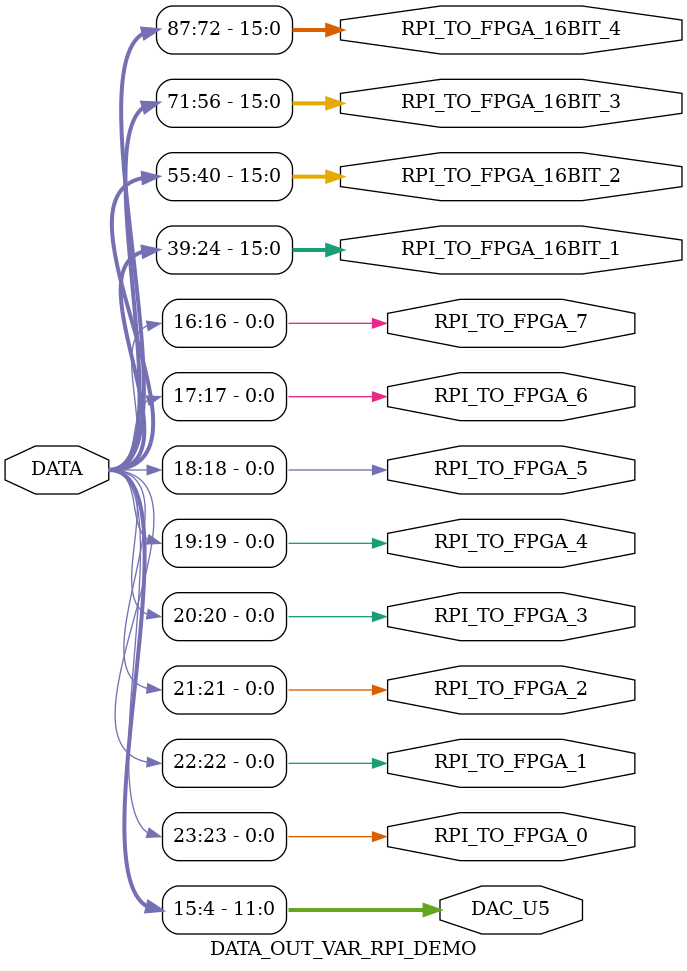
<source format=v>
module DATA_IN_VAR_RPI_DEMO(
	input [11:0] ADC_U8,
	//
	input FPGA_TO_RPI_0,	
	input FPGA_TO_RPI_1,	
	input FPGA_TO_RPI_2,	
	input FPGA_TO_RPI_3,	
	input FPGA_TO_RPI_4,	
	input FPGA_TO_RPI_5,	
	input FPGA_TO_RPI_6,	
	input FPGA_TO_RPI_7,	
	input [15:0] FPGA_TO_RPI_16BIT_1,
	input [15:0] FPGA_TO_RPI_16BIT_2,	
	input [15:0] FPGA_TO_RPI_16BIT_3,	
	input [15:0] FPGA_TO_RPI_16BIT_4,			
	//
	output [255:0] DATA
	);
	//
	assign DATA[015:004] = ADC_U8[11:0];// MSB left
	//
	assign DATA[016]     = FPGA_TO_RPI_7;
	assign DATA[017]     = FPGA_TO_RPI_6;
	assign DATA[018]     = FPGA_TO_RPI_5;
	assign DATA[019]     = FPGA_TO_RPI_4;
	assign DATA[020]     = FPGA_TO_RPI_3;
	assign DATA[021]     = FPGA_TO_RPI_2;
	assign DATA[022]     = FPGA_TO_RPI_1;
	assign DATA[023]     = FPGA_TO_RPI_0;	
	//
	assign DATA[039:024] = FPGA_TO_RPI_16BIT_1[15:0];
	assign DATA[055:040] = FPGA_TO_RPI_16BIT_2[15:0];
	assign DATA[071:056] = FPGA_TO_RPI_16BIT_3[15:0];
	assign DATA[091:072] = FPGA_TO_RPI_16BIT_4[15:0];	
	//
endmodule
///////////////////////////////////////////////////////////////
module DATA_OUT_VAR_RPI_DEMO(
	input [255:0] DATA,
	//
	output[11:0] DAC_U5,
	//
	output RPI_TO_FPGA_0,
	output RPI_TO_FPGA_1,
	output RPI_TO_FPGA_2,
	output RPI_TO_FPGA_3,
	output RPI_TO_FPGA_4,
	output RPI_TO_FPGA_5,
	output RPI_TO_FPGA_6,
	output RPI_TO_FPGA_7,
	//
	output [15:0] RPI_TO_FPGA_16BIT_1,
	output [15:0] RPI_TO_FPGA_16BIT_2,
	output [15:0] RPI_TO_FPGA_16BIT_3,
	output [15:0] RPI_TO_FPGA_16BIT_4
	);
	//
	assign DAC_U5[11:0]              = DATA[015:004];
	//
	assign RPI_TO_FPGA_7             = DATA[016];
	assign RPI_TO_FPGA_6             = DATA[017];
	assign RPI_TO_FPGA_5             = DATA[018];
	assign RPI_TO_FPGA_4             = DATA[019];
	assign RPI_TO_FPGA_3             = DATA[020];
	assign RPI_TO_FPGA_2             = DATA[021];
	assign RPI_TO_FPGA_1             = DATA[022];
	assign RPI_TO_FPGA_0             = DATA[023];	
	//
	assign RPI_TO_FPGA_16BIT_1[15:0] = DATA[039:024];	
	assign RPI_TO_FPGA_16BIT_2[15:0] = DATA[055:040];	
	assign RPI_TO_FPGA_16BIT_3[15:0] = DATA[071:056];	
	assign RPI_TO_FPGA_16BIT_4[15:0] = DATA[091:072];	
	//
endmodule
////////////////////////////////////////////////////////////////////////////////////////////

</source>
